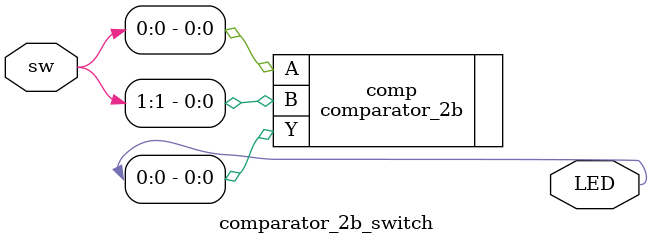
<source format=v>
`timescale 1ns / 1ps


module comparator_2b_switch(
    input [15:0] sw,
    output [15:0] LED
    );
    
    comparator_2b comp(.A(sw[0]), .B(sw[1]), .Y(LED[0]));
    
endmodule

</source>
